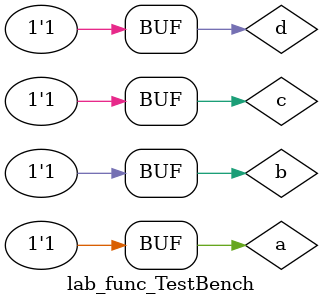
<source format=sv>


module decoder1to2(input logic i, s, output logic y0, y1);
    assign y0 = ~i & s;
    assign y1 =  i & s;
endmodule



module decoder1to2_TestBench();
    logic i, s, y0, y1;
    decoder1to2 dut(i, s, y0, y1);
    initial begin
        i = 0; s = 0; #10;
        i = 1;        #10;
        i = 0; s = 1; #10;
        i = 1;        #10; 
    end
endmodule



module decoder2to4(input logic i0, i1, s, output logic y0, y1, y2, y3);
    logic temp0, temp1;
    decoder1to2 dec1(i0, s, temp0, temp1);
    decoder1to2 dec2(i1, temp1, y1, y0);
    decoder1to2 dec3(i1, temp0, y3, y2);
endmodule



module decoder2to4_TestBench();
    logic i0, i1, s, y0, y1, y2, y3;
    decoder2to4 dut(i0, i1, s, y0, y1, y2, y3);
    initial begin
        s = 0; i0 = 0; i1 = 0; #10;
        s = 1;                 #10;
                       i1 = 1; #10;
               i0 = 1; i1 = 0; #10;
                       i1 = 1; #10;  
    end
endmodule



module mux2to1(input logic i0, i1, s, e, output logic y);
    logic temp0, temp1, temp2;
    assign temp0 = i0 & ~s;
    assign temp1 = i1 &  s;
    assign temp2 = temp0 | temp1;
    assign y = temp2 & e;
endmodule



module mux2to1_TestBench();
    logic i0, i1, s, y;
    mux2to1 dut(i0, i1, s, y);
    initial begin
        i0 = 0; i1 = 0; s = 0; #10;
                        s = 1; #10;
                i1 = 1; s = 0; #10;
                        s = 1; #10;
        i0 = 1; i1 = 0; s = 0; #10;
                        s = 1; #10;
                i1 = 1; s = 0; #10;
                        s = 1; #10;
    end
endmodule



module mux4to1(input logic i0, i1, i2, i3, s0, s1, e, output logic y);
    logic temp0, temp1;
    mux2to1 mux1(i0, i1, s0, e, temp0);
    mux2to1 mux2(i2, i3, s0, e, temp1);
    mux2to1 mux3(temp0, temp1, s1, e, y);
endmodule



module mux4to1_TestBench();
    logic i0, i1, i2, i3, s0, s1, y;
    mux4to1 dut(i0, i1, i2, i3, s0, s1, y);
    initial begin
        s0 = 0; s1 = 0;
        i0 = 1; i1 = 0; i2 = 0; i3 = 0; #10;
        s0 = 0; s1 = 1;
        i0 = 0; i1 = 1; i2 = 0; i3 = 0; #10;
        s0 = 1; s1 = 0;
        i0 = 0; i1 = 0; i2 = 1; i3 = 0; #10;
        s0 = 1; s1 = 1;
        i0 = 0; i1 = 0; i2 = 0; i3 = 1; #10;
    end
endmodule



module mux8to1(input logic i0, i1, i2, i3,
                           i4, i5, i6, i7, s0, s1, s2, output logic y);
    logic temp0, temp1;
    mux4to1 mux1(i0, i1, i2, i3, s0, s1, ~s2, temp0);
    mux4to1 mux2(i4, i5, i6, i7, s0, s1,  s2, temp1);
    assign y = temp0 | temp1;
endmodule



module mux8to1_TestBench();
    logic i0, i1, i2, i3, i4, i5, i6, i7,
          s0, s1, s2, y;
    mux8to1 dut(i0, i1, i2, i3, i4, i5, i6, i7,
                s0, s1, s2, y);
    initial begin
        i0 = 0; i1 = 0; i2 = 0; i3 = 0; i4 = 0; i5 = 0; i6 = 0; i7 = 0; s0 = 0; s1 = 0; s2 = 0; #10;
        i0 = 1; i1 = 0; i2 = 0; i3 = 0; i4 = 0; i5 = 0; i6 = 0; i7 = 0; s0 = 0; s1 = 0; s2 = 0; #10;
        i0 = 0; i1 = 1; i2 = 0; i3 = 0; i4 = 0; i5 = 0; i6 = 0; i7 = 0; s0 = 1; s1 = 0; s2 = 0; #10;
        i0 = 0; i1 = 0; i2 = 1; i3 = 0; i4 = 0; i5 = 0; i6 = 0; i7 = 0; s0 = 0; s1 = 1; s2 = 0; #10;
        i0 = 0; i1 = 0; i2 = 0; i3 = 1; i4 = 0; i5 = 0; i6 = 0; i7 = 0; s0 = 1; s1 = 1; s2 = 0; #10;
        i0 = 0; i1 = 0; i2 = 0; i3 = 0; i4 = 1; i5 = 0; i6 = 0; i7 = 0; s0 = 0; s1 = 0; s2 = 1; #10;
        i0 = 0; i1 = 0; i2 = 0; i3 = 0; i4 = 0; i5 = 1; i6 = 0; i7 = 0; s0 = 1; s1 = 0; s2 = 1; #10;
        i0 = 0; i1 = 0; i2 = 0; i3 = 0; i4 = 0; i5 = 0; i6 = 1; i7 = 0; s0 = 0; s1 = 1; s2 = 1; #10;
        i0 = 0; i1 = 0; i2 = 0; i3 = 0; i4 = 0; i5 = 0; i6 = 0; i7 = 1; s0 = 1; s1 = 1; s2 = 1; #10;
    end
endmodule



module lab_func(input logic a, b, c, d, output logic y);
    mux8to1 mux(a, 0, a, ~a, a, ~a, 0, ~a, d, c, b, y);
endmodule



module lab_func_TestBench();
    logic a, b, c, d, y;
    lab_func dut(a, b, c, d, y);
    initial begin
        a = 0; b = 0; c = 0; d = 0; #10;
                             d = 1; #10;
                      c = 1; d = 0; #10;
                             d = 1; #10;
               b = 1; c = 0; d = 0; #10;
                             d = 1; #10;
                      c = 1; d = 0; #10;
                             d = 1; #10;
        a = 1; b = 0; c = 0; d = 0; #10;
                             d = 1; #10;
                      c = 1; d = 0; #10;
                             d = 1; #10;
               b = 1; c = 0; d = 0; #10;
                             d = 1; #10;
                      c = 1; d = 0; #10;
                             d = 1; #10;
    end
endmodule

</source>
